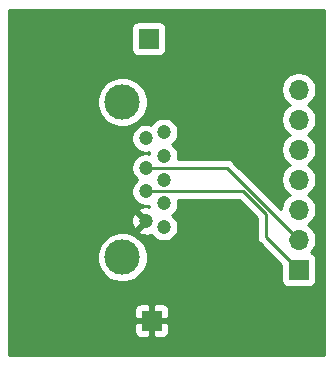
<source format=gbr>
%TF.GenerationSoftware,KiCad,Pcbnew,5.1.6+dfsg1-1*%
%TF.CreationDate,2021-09-27T21:48:19-05:00*%
%TF.ProjectId,USB-BREAKOUT,5553422d-4252-4454-914b-4f55542e6b69,rev?*%
%TF.SameCoordinates,Original*%
%TF.FileFunction,Copper,L2,Bot*%
%TF.FilePolarity,Positive*%
%FSLAX46Y46*%
G04 Gerber Fmt 4.6, Leading zero omitted, Abs format (unit mm)*
G04 Created by KiCad (PCBNEW 5.1.6+dfsg1-1) date 2021-09-27 21:48:19*
%MOMM*%
%LPD*%
G01*
G04 APERTURE LIST*
%TA.AperFunction,ComponentPad*%
%ADD10C,3.000000*%
%TD*%
%TA.AperFunction,ComponentPad*%
%ADD11C,1.200000*%
%TD*%
%TA.AperFunction,ComponentPad*%
%ADD12R,1.700000X1.700000*%
%TD*%
%TA.AperFunction,ComponentPad*%
%ADD13O,1.700000X1.700000*%
%TD*%
%TA.AperFunction,Conductor*%
%ADD14C,0.250000*%
%TD*%
%TA.AperFunction,Conductor*%
%ADD15C,0.254000*%
%TD*%
G04 APERTURE END LIST*
D10*
%TO.P,J1,10*%
%TO.N,/SHIELD*%
X86416000Y-69816000D03*
X86416000Y-56676000D03*
D11*
%TO.P,J1,9*%
%TO.N,/SSTX+*%
X89916000Y-59246000D03*
%TO.P,J1,8*%
%TO.N,/SSTX-*%
X89916000Y-61246000D03*
%TO.P,J1,7*%
%TO.N,/DRAIN*%
X89916000Y-63246000D03*
%TO.P,J1,6*%
%TO.N,/SSRX+*%
X89916000Y-65246000D03*
%TO.P,J1,5*%
%TO.N,/SSRX-*%
X89916000Y-67246000D03*
%TO.P,J1,4*%
%TO.N,/GND*%
X88416000Y-66746000D03*
%TO.P,J1,3*%
%TO.N,/D+*%
X88416000Y-64246000D03*
%TO.P,J1,2*%
%TO.N,/D-*%
X88416000Y-62246000D03*
%TO.P,J1,1*%
%TO.N,/VBUS*%
X88416000Y-59746000D03*
%TD*%
D12*
%TO.P,J3,1*%
%TO.N,/VBUS*%
X88646000Y-51308000D03*
%TD*%
%TO.P,J4,1*%
%TO.N,/GND*%
X88900000Y-75184000D03*
%TD*%
D13*
%TO.P,J2,7*%
%TO.N,/SSTX+*%
X101346000Y-55626000D03*
%TO.P,J2,6*%
%TO.N,/SSTX-*%
X101346000Y-58166000D03*
%TO.P,J2,5*%
%TO.N,/DRAIN*%
X101346000Y-60706000D03*
%TO.P,J2,4*%
%TO.N,/SSRX+*%
X101346000Y-63246000D03*
%TO.P,J2,3*%
%TO.N,/SSRX-*%
X101346000Y-65786000D03*
%TO.P,J2,2*%
%TO.N,/D-*%
X101346000Y-68326000D03*
D12*
%TO.P,J2,1*%
%TO.N,/D+*%
X101346000Y-70866000D03*
%TD*%
D14*
%TO.N,/D+*%
X88416000Y-64246000D02*
X96629590Y-64246000D01*
X96629590Y-64246000D02*
X98552000Y-66168410D01*
X98552000Y-68072000D02*
X101346000Y-70866000D01*
X98552000Y-66168410D02*
X98552000Y-68072000D01*
%TO.N,/D-*%
X95266000Y-62246000D02*
X101346000Y-68326000D01*
X88416000Y-62246000D02*
X95266000Y-62246000D01*
%TD*%
D15*
%TO.N,/GND*%
G36*
X103480000Y-78080000D02*
G01*
X76860000Y-78080000D01*
X76860000Y-76034000D01*
X87411928Y-76034000D01*
X87424188Y-76158482D01*
X87460498Y-76278180D01*
X87519463Y-76388494D01*
X87598815Y-76485185D01*
X87695506Y-76564537D01*
X87805820Y-76623502D01*
X87925518Y-76659812D01*
X88050000Y-76672072D01*
X88614250Y-76669000D01*
X88773000Y-76510250D01*
X88773000Y-75311000D01*
X89027000Y-75311000D01*
X89027000Y-76510250D01*
X89185750Y-76669000D01*
X89750000Y-76672072D01*
X89874482Y-76659812D01*
X89994180Y-76623502D01*
X90104494Y-76564537D01*
X90201185Y-76485185D01*
X90280537Y-76388494D01*
X90339502Y-76278180D01*
X90375812Y-76158482D01*
X90388072Y-76034000D01*
X90385000Y-75469750D01*
X90226250Y-75311000D01*
X89027000Y-75311000D01*
X88773000Y-75311000D01*
X87573750Y-75311000D01*
X87415000Y-75469750D01*
X87411928Y-76034000D01*
X76860000Y-76034000D01*
X76860000Y-74334000D01*
X87411928Y-74334000D01*
X87415000Y-74898250D01*
X87573750Y-75057000D01*
X88773000Y-75057000D01*
X88773000Y-73857750D01*
X89027000Y-73857750D01*
X89027000Y-75057000D01*
X90226250Y-75057000D01*
X90385000Y-74898250D01*
X90388072Y-74334000D01*
X90375812Y-74209518D01*
X90339502Y-74089820D01*
X90280537Y-73979506D01*
X90201185Y-73882815D01*
X90104494Y-73803463D01*
X89994180Y-73744498D01*
X89874482Y-73708188D01*
X89750000Y-73695928D01*
X89185750Y-73699000D01*
X89027000Y-73857750D01*
X88773000Y-73857750D01*
X88614250Y-73699000D01*
X88050000Y-73695928D01*
X87925518Y-73708188D01*
X87805820Y-73744498D01*
X87695506Y-73803463D01*
X87598815Y-73882815D01*
X87519463Y-73979506D01*
X87460498Y-74089820D01*
X87424188Y-74209518D01*
X87411928Y-74334000D01*
X76860000Y-74334000D01*
X76860000Y-69605721D01*
X84281000Y-69605721D01*
X84281000Y-70026279D01*
X84363047Y-70438756D01*
X84523988Y-70827302D01*
X84757637Y-71176983D01*
X85055017Y-71474363D01*
X85404698Y-71708012D01*
X85793244Y-71868953D01*
X86205721Y-71951000D01*
X86626279Y-71951000D01*
X87038756Y-71868953D01*
X87427302Y-71708012D01*
X87776983Y-71474363D01*
X88074363Y-71176983D01*
X88308012Y-70827302D01*
X88468953Y-70438756D01*
X88551000Y-70026279D01*
X88551000Y-69605721D01*
X88468953Y-69193244D01*
X88308012Y-68804698D01*
X88074363Y-68455017D01*
X87776983Y-68157637D01*
X87427302Y-67923988D01*
X87038756Y-67763047D01*
X86626279Y-67681000D01*
X86205721Y-67681000D01*
X85793244Y-67763047D01*
X85404698Y-67923988D01*
X85055017Y-68157637D01*
X84757637Y-68455017D01*
X84523988Y-68804698D01*
X84363047Y-69193244D01*
X84281000Y-69605721D01*
X76860000Y-69605721D01*
X76860000Y-66824438D01*
X87177505Y-66824438D01*
X87216605Y-67064549D01*
X87301798Y-67292418D01*
X87342652Y-67368852D01*
X87566236Y-67416159D01*
X88236395Y-66746000D01*
X87566236Y-66075841D01*
X87342652Y-66123148D01*
X87241763Y-66344516D01*
X87186000Y-66581313D01*
X87177505Y-66824438D01*
X76860000Y-66824438D01*
X76860000Y-59624363D01*
X87181000Y-59624363D01*
X87181000Y-59867637D01*
X87228460Y-60106236D01*
X87321557Y-60330992D01*
X87456713Y-60533267D01*
X87628733Y-60705287D01*
X87831008Y-60840443D01*
X88055764Y-60933540D01*
X88294363Y-60981000D01*
X88537637Y-60981000D01*
X88716597Y-60945403D01*
X88697235Y-61042746D01*
X88537637Y-61011000D01*
X88294363Y-61011000D01*
X88055764Y-61058460D01*
X87831008Y-61151557D01*
X87628733Y-61286713D01*
X87456713Y-61458733D01*
X87321557Y-61661008D01*
X87228460Y-61885764D01*
X87181000Y-62124363D01*
X87181000Y-62367637D01*
X87228460Y-62606236D01*
X87321557Y-62830992D01*
X87456713Y-63033267D01*
X87628733Y-63205287D01*
X87689664Y-63246000D01*
X87628733Y-63286713D01*
X87456713Y-63458733D01*
X87321557Y-63661008D01*
X87228460Y-63885764D01*
X87181000Y-64124363D01*
X87181000Y-64367637D01*
X87228460Y-64606236D01*
X87321557Y-64830992D01*
X87456713Y-65033267D01*
X87628733Y-65205287D01*
X87831008Y-65340443D01*
X88055764Y-65433540D01*
X88294363Y-65481000D01*
X88537637Y-65481000D01*
X88697235Y-65449254D01*
X88716891Y-65548074D01*
X88580687Y-65516000D01*
X88337562Y-65507505D01*
X88097451Y-65546605D01*
X87869582Y-65631798D01*
X87793148Y-65672652D01*
X87745841Y-65896236D01*
X88416000Y-66566395D01*
X88430143Y-66552253D01*
X88609748Y-66731858D01*
X88595605Y-66746000D01*
X88609748Y-66760143D01*
X88430143Y-66939748D01*
X88416000Y-66925605D01*
X87745841Y-67595764D01*
X87793148Y-67819348D01*
X88014516Y-67920237D01*
X88251313Y-67976000D01*
X88494438Y-67984495D01*
X88734549Y-67945395D01*
X88865329Y-67896501D01*
X88956713Y-68033267D01*
X89128733Y-68205287D01*
X89331008Y-68340443D01*
X89555764Y-68433540D01*
X89794363Y-68481000D01*
X90037637Y-68481000D01*
X90276236Y-68433540D01*
X90500992Y-68340443D01*
X90703267Y-68205287D01*
X90875287Y-68033267D01*
X91010443Y-67830992D01*
X91103540Y-67606236D01*
X91151000Y-67367637D01*
X91151000Y-67124363D01*
X91103540Y-66885764D01*
X91010443Y-66661008D01*
X90875287Y-66458733D01*
X90703267Y-66286713D01*
X90642336Y-66246000D01*
X90703267Y-66205287D01*
X90875287Y-66033267D01*
X91010443Y-65830992D01*
X91103540Y-65606236D01*
X91151000Y-65367637D01*
X91151000Y-65124363D01*
X91127456Y-65006000D01*
X96314789Y-65006000D01*
X97792000Y-66483212D01*
X97792001Y-68034668D01*
X97788324Y-68072000D01*
X97802998Y-68220985D01*
X97846454Y-68364246D01*
X97917026Y-68496276D01*
X97988201Y-68583002D01*
X98012000Y-68612001D01*
X98040998Y-68635799D01*
X99857928Y-70452730D01*
X99857928Y-71716000D01*
X99870188Y-71840482D01*
X99906498Y-71960180D01*
X99965463Y-72070494D01*
X100044815Y-72167185D01*
X100141506Y-72246537D01*
X100251820Y-72305502D01*
X100371518Y-72341812D01*
X100496000Y-72354072D01*
X102196000Y-72354072D01*
X102320482Y-72341812D01*
X102440180Y-72305502D01*
X102550494Y-72246537D01*
X102647185Y-72167185D01*
X102726537Y-72070494D01*
X102785502Y-71960180D01*
X102821812Y-71840482D01*
X102834072Y-71716000D01*
X102834072Y-70016000D01*
X102821812Y-69891518D01*
X102785502Y-69771820D01*
X102726537Y-69661506D01*
X102647185Y-69564815D01*
X102550494Y-69485463D01*
X102440180Y-69426498D01*
X102367620Y-69404487D01*
X102499475Y-69272632D01*
X102661990Y-69029411D01*
X102773932Y-68759158D01*
X102831000Y-68472260D01*
X102831000Y-68179740D01*
X102773932Y-67892842D01*
X102661990Y-67622589D01*
X102499475Y-67379368D01*
X102292632Y-67172525D01*
X102118240Y-67056000D01*
X102292632Y-66939475D01*
X102499475Y-66732632D01*
X102661990Y-66489411D01*
X102773932Y-66219158D01*
X102831000Y-65932260D01*
X102831000Y-65639740D01*
X102773932Y-65352842D01*
X102661990Y-65082589D01*
X102499475Y-64839368D01*
X102292632Y-64632525D01*
X102118240Y-64516000D01*
X102292632Y-64399475D01*
X102499475Y-64192632D01*
X102661990Y-63949411D01*
X102773932Y-63679158D01*
X102831000Y-63392260D01*
X102831000Y-63099740D01*
X102773932Y-62812842D01*
X102661990Y-62542589D01*
X102499475Y-62299368D01*
X102292632Y-62092525D01*
X102118240Y-61976000D01*
X102292632Y-61859475D01*
X102499475Y-61652632D01*
X102661990Y-61409411D01*
X102773932Y-61139158D01*
X102831000Y-60852260D01*
X102831000Y-60559740D01*
X102773932Y-60272842D01*
X102661990Y-60002589D01*
X102499475Y-59759368D01*
X102292632Y-59552525D01*
X102118240Y-59436000D01*
X102292632Y-59319475D01*
X102499475Y-59112632D01*
X102661990Y-58869411D01*
X102773932Y-58599158D01*
X102831000Y-58312260D01*
X102831000Y-58019740D01*
X102773932Y-57732842D01*
X102661990Y-57462589D01*
X102499475Y-57219368D01*
X102292632Y-57012525D01*
X102118240Y-56896000D01*
X102292632Y-56779475D01*
X102499475Y-56572632D01*
X102661990Y-56329411D01*
X102773932Y-56059158D01*
X102831000Y-55772260D01*
X102831000Y-55479740D01*
X102773932Y-55192842D01*
X102661990Y-54922589D01*
X102499475Y-54679368D01*
X102292632Y-54472525D01*
X102049411Y-54310010D01*
X101779158Y-54198068D01*
X101492260Y-54141000D01*
X101199740Y-54141000D01*
X100912842Y-54198068D01*
X100642589Y-54310010D01*
X100399368Y-54472525D01*
X100192525Y-54679368D01*
X100030010Y-54922589D01*
X99918068Y-55192842D01*
X99861000Y-55479740D01*
X99861000Y-55772260D01*
X99918068Y-56059158D01*
X100030010Y-56329411D01*
X100192525Y-56572632D01*
X100399368Y-56779475D01*
X100573760Y-56896000D01*
X100399368Y-57012525D01*
X100192525Y-57219368D01*
X100030010Y-57462589D01*
X99918068Y-57732842D01*
X99861000Y-58019740D01*
X99861000Y-58312260D01*
X99918068Y-58599158D01*
X100030010Y-58869411D01*
X100192525Y-59112632D01*
X100399368Y-59319475D01*
X100573760Y-59436000D01*
X100399368Y-59552525D01*
X100192525Y-59759368D01*
X100030010Y-60002589D01*
X99918068Y-60272842D01*
X99861000Y-60559740D01*
X99861000Y-60852260D01*
X99918068Y-61139158D01*
X100030010Y-61409411D01*
X100192525Y-61652632D01*
X100399368Y-61859475D01*
X100573760Y-61976000D01*
X100399368Y-62092525D01*
X100192525Y-62299368D01*
X100030010Y-62542589D01*
X99918068Y-62812842D01*
X99861000Y-63099740D01*
X99861000Y-63392260D01*
X99918068Y-63679158D01*
X100030010Y-63949411D01*
X100192525Y-64192632D01*
X100399368Y-64399475D01*
X100573760Y-64516000D01*
X100399368Y-64632525D01*
X100192525Y-64839368D01*
X100030010Y-65082589D01*
X99918068Y-65352842D01*
X99861000Y-65639740D01*
X99861000Y-65766198D01*
X95829804Y-61735003D01*
X95806001Y-61705999D01*
X95690276Y-61611026D01*
X95558247Y-61540454D01*
X95414986Y-61496997D01*
X95303333Y-61486000D01*
X95303322Y-61486000D01*
X95266000Y-61482324D01*
X95228678Y-61486000D01*
X91127456Y-61486000D01*
X91151000Y-61367637D01*
X91151000Y-61124363D01*
X91103540Y-60885764D01*
X91010443Y-60661008D01*
X90875287Y-60458733D01*
X90703267Y-60286713D01*
X90642336Y-60246000D01*
X90703267Y-60205287D01*
X90875287Y-60033267D01*
X91010443Y-59830992D01*
X91103540Y-59606236D01*
X91151000Y-59367637D01*
X91151000Y-59124363D01*
X91103540Y-58885764D01*
X91010443Y-58661008D01*
X90875287Y-58458733D01*
X90703267Y-58286713D01*
X90500992Y-58151557D01*
X90276236Y-58058460D01*
X90037637Y-58011000D01*
X89794363Y-58011000D01*
X89555764Y-58058460D01*
X89331008Y-58151557D01*
X89128733Y-58286713D01*
X88956713Y-58458733D01*
X88865400Y-58595393D01*
X88776236Y-58558460D01*
X88537637Y-58511000D01*
X88294363Y-58511000D01*
X88055764Y-58558460D01*
X87831008Y-58651557D01*
X87628733Y-58786713D01*
X87456713Y-58958733D01*
X87321557Y-59161008D01*
X87228460Y-59385764D01*
X87181000Y-59624363D01*
X76860000Y-59624363D01*
X76860000Y-56465721D01*
X84281000Y-56465721D01*
X84281000Y-56886279D01*
X84363047Y-57298756D01*
X84523988Y-57687302D01*
X84757637Y-58036983D01*
X85055017Y-58334363D01*
X85404698Y-58568012D01*
X85793244Y-58728953D01*
X86205721Y-58811000D01*
X86626279Y-58811000D01*
X87038756Y-58728953D01*
X87427302Y-58568012D01*
X87776983Y-58334363D01*
X88074363Y-58036983D01*
X88308012Y-57687302D01*
X88468953Y-57298756D01*
X88551000Y-56886279D01*
X88551000Y-56465721D01*
X88468953Y-56053244D01*
X88308012Y-55664698D01*
X88074363Y-55315017D01*
X87776983Y-55017637D01*
X87427302Y-54783988D01*
X87038756Y-54623047D01*
X86626279Y-54541000D01*
X86205721Y-54541000D01*
X85793244Y-54623047D01*
X85404698Y-54783988D01*
X85055017Y-55017637D01*
X84757637Y-55315017D01*
X84523988Y-55664698D01*
X84363047Y-56053244D01*
X84281000Y-56465721D01*
X76860000Y-56465721D01*
X76860000Y-50458000D01*
X87157928Y-50458000D01*
X87157928Y-52158000D01*
X87170188Y-52282482D01*
X87206498Y-52402180D01*
X87265463Y-52512494D01*
X87344815Y-52609185D01*
X87441506Y-52688537D01*
X87551820Y-52747502D01*
X87671518Y-52783812D01*
X87796000Y-52796072D01*
X89496000Y-52796072D01*
X89620482Y-52783812D01*
X89740180Y-52747502D01*
X89850494Y-52688537D01*
X89947185Y-52609185D01*
X90026537Y-52512494D01*
X90085502Y-52402180D01*
X90121812Y-52282482D01*
X90134072Y-52158000D01*
X90134072Y-50458000D01*
X90121812Y-50333518D01*
X90085502Y-50213820D01*
X90026537Y-50103506D01*
X89947185Y-50006815D01*
X89850494Y-49927463D01*
X89740180Y-49868498D01*
X89620482Y-49832188D01*
X89496000Y-49819928D01*
X87796000Y-49819928D01*
X87671518Y-49832188D01*
X87551820Y-49868498D01*
X87441506Y-49927463D01*
X87344815Y-50006815D01*
X87265463Y-50103506D01*
X87206498Y-50213820D01*
X87170188Y-50333518D01*
X87157928Y-50458000D01*
X76860000Y-50458000D01*
X76860000Y-48920000D01*
X103480001Y-48920000D01*
X103480000Y-78080000D01*
G37*
X103480000Y-78080000D02*
X76860000Y-78080000D01*
X76860000Y-76034000D01*
X87411928Y-76034000D01*
X87424188Y-76158482D01*
X87460498Y-76278180D01*
X87519463Y-76388494D01*
X87598815Y-76485185D01*
X87695506Y-76564537D01*
X87805820Y-76623502D01*
X87925518Y-76659812D01*
X88050000Y-76672072D01*
X88614250Y-76669000D01*
X88773000Y-76510250D01*
X88773000Y-75311000D01*
X89027000Y-75311000D01*
X89027000Y-76510250D01*
X89185750Y-76669000D01*
X89750000Y-76672072D01*
X89874482Y-76659812D01*
X89994180Y-76623502D01*
X90104494Y-76564537D01*
X90201185Y-76485185D01*
X90280537Y-76388494D01*
X90339502Y-76278180D01*
X90375812Y-76158482D01*
X90388072Y-76034000D01*
X90385000Y-75469750D01*
X90226250Y-75311000D01*
X89027000Y-75311000D01*
X88773000Y-75311000D01*
X87573750Y-75311000D01*
X87415000Y-75469750D01*
X87411928Y-76034000D01*
X76860000Y-76034000D01*
X76860000Y-74334000D01*
X87411928Y-74334000D01*
X87415000Y-74898250D01*
X87573750Y-75057000D01*
X88773000Y-75057000D01*
X88773000Y-73857750D01*
X89027000Y-73857750D01*
X89027000Y-75057000D01*
X90226250Y-75057000D01*
X90385000Y-74898250D01*
X90388072Y-74334000D01*
X90375812Y-74209518D01*
X90339502Y-74089820D01*
X90280537Y-73979506D01*
X90201185Y-73882815D01*
X90104494Y-73803463D01*
X89994180Y-73744498D01*
X89874482Y-73708188D01*
X89750000Y-73695928D01*
X89185750Y-73699000D01*
X89027000Y-73857750D01*
X88773000Y-73857750D01*
X88614250Y-73699000D01*
X88050000Y-73695928D01*
X87925518Y-73708188D01*
X87805820Y-73744498D01*
X87695506Y-73803463D01*
X87598815Y-73882815D01*
X87519463Y-73979506D01*
X87460498Y-74089820D01*
X87424188Y-74209518D01*
X87411928Y-74334000D01*
X76860000Y-74334000D01*
X76860000Y-69605721D01*
X84281000Y-69605721D01*
X84281000Y-70026279D01*
X84363047Y-70438756D01*
X84523988Y-70827302D01*
X84757637Y-71176983D01*
X85055017Y-71474363D01*
X85404698Y-71708012D01*
X85793244Y-71868953D01*
X86205721Y-71951000D01*
X86626279Y-71951000D01*
X87038756Y-71868953D01*
X87427302Y-71708012D01*
X87776983Y-71474363D01*
X88074363Y-71176983D01*
X88308012Y-70827302D01*
X88468953Y-70438756D01*
X88551000Y-70026279D01*
X88551000Y-69605721D01*
X88468953Y-69193244D01*
X88308012Y-68804698D01*
X88074363Y-68455017D01*
X87776983Y-68157637D01*
X87427302Y-67923988D01*
X87038756Y-67763047D01*
X86626279Y-67681000D01*
X86205721Y-67681000D01*
X85793244Y-67763047D01*
X85404698Y-67923988D01*
X85055017Y-68157637D01*
X84757637Y-68455017D01*
X84523988Y-68804698D01*
X84363047Y-69193244D01*
X84281000Y-69605721D01*
X76860000Y-69605721D01*
X76860000Y-66824438D01*
X87177505Y-66824438D01*
X87216605Y-67064549D01*
X87301798Y-67292418D01*
X87342652Y-67368852D01*
X87566236Y-67416159D01*
X88236395Y-66746000D01*
X87566236Y-66075841D01*
X87342652Y-66123148D01*
X87241763Y-66344516D01*
X87186000Y-66581313D01*
X87177505Y-66824438D01*
X76860000Y-66824438D01*
X76860000Y-59624363D01*
X87181000Y-59624363D01*
X87181000Y-59867637D01*
X87228460Y-60106236D01*
X87321557Y-60330992D01*
X87456713Y-60533267D01*
X87628733Y-60705287D01*
X87831008Y-60840443D01*
X88055764Y-60933540D01*
X88294363Y-60981000D01*
X88537637Y-60981000D01*
X88716597Y-60945403D01*
X88697235Y-61042746D01*
X88537637Y-61011000D01*
X88294363Y-61011000D01*
X88055764Y-61058460D01*
X87831008Y-61151557D01*
X87628733Y-61286713D01*
X87456713Y-61458733D01*
X87321557Y-61661008D01*
X87228460Y-61885764D01*
X87181000Y-62124363D01*
X87181000Y-62367637D01*
X87228460Y-62606236D01*
X87321557Y-62830992D01*
X87456713Y-63033267D01*
X87628733Y-63205287D01*
X87689664Y-63246000D01*
X87628733Y-63286713D01*
X87456713Y-63458733D01*
X87321557Y-63661008D01*
X87228460Y-63885764D01*
X87181000Y-64124363D01*
X87181000Y-64367637D01*
X87228460Y-64606236D01*
X87321557Y-64830992D01*
X87456713Y-65033267D01*
X87628733Y-65205287D01*
X87831008Y-65340443D01*
X88055764Y-65433540D01*
X88294363Y-65481000D01*
X88537637Y-65481000D01*
X88697235Y-65449254D01*
X88716891Y-65548074D01*
X88580687Y-65516000D01*
X88337562Y-65507505D01*
X88097451Y-65546605D01*
X87869582Y-65631798D01*
X87793148Y-65672652D01*
X87745841Y-65896236D01*
X88416000Y-66566395D01*
X88430143Y-66552253D01*
X88609748Y-66731858D01*
X88595605Y-66746000D01*
X88609748Y-66760143D01*
X88430143Y-66939748D01*
X88416000Y-66925605D01*
X87745841Y-67595764D01*
X87793148Y-67819348D01*
X88014516Y-67920237D01*
X88251313Y-67976000D01*
X88494438Y-67984495D01*
X88734549Y-67945395D01*
X88865329Y-67896501D01*
X88956713Y-68033267D01*
X89128733Y-68205287D01*
X89331008Y-68340443D01*
X89555764Y-68433540D01*
X89794363Y-68481000D01*
X90037637Y-68481000D01*
X90276236Y-68433540D01*
X90500992Y-68340443D01*
X90703267Y-68205287D01*
X90875287Y-68033267D01*
X91010443Y-67830992D01*
X91103540Y-67606236D01*
X91151000Y-67367637D01*
X91151000Y-67124363D01*
X91103540Y-66885764D01*
X91010443Y-66661008D01*
X90875287Y-66458733D01*
X90703267Y-66286713D01*
X90642336Y-66246000D01*
X90703267Y-66205287D01*
X90875287Y-66033267D01*
X91010443Y-65830992D01*
X91103540Y-65606236D01*
X91151000Y-65367637D01*
X91151000Y-65124363D01*
X91127456Y-65006000D01*
X96314789Y-65006000D01*
X97792000Y-66483212D01*
X97792001Y-68034668D01*
X97788324Y-68072000D01*
X97802998Y-68220985D01*
X97846454Y-68364246D01*
X97917026Y-68496276D01*
X97988201Y-68583002D01*
X98012000Y-68612001D01*
X98040998Y-68635799D01*
X99857928Y-70452730D01*
X99857928Y-71716000D01*
X99870188Y-71840482D01*
X99906498Y-71960180D01*
X99965463Y-72070494D01*
X100044815Y-72167185D01*
X100141506Y-72246537D01*
X100251820Y-72305502D01*
X100371518Y-72341812D01*
X100496000Y-72354072D01*
X102196000Y-72354072D01*
X102320482Y-72341812D01*
X102440180Y-72305502D01*
X102550494Y-72246537D01*
X102647185Y-72167185D01*
X102726537Y-72070494D01*
X102785502Y-71960180D01*
X102821812Y-71840482D01*
X102834072Y-71716000D01*
X102834072Y-70016000D01*
X102821812Y-69891518D01*
X102785502Y-69771820D01*
X102726537Y-69661506D01*
X102647185Y-69564815D01*
X102550494Y-69485463D01*
X102440180Y-69426498D01*
X102367620Y-69404487D01*
X102499475Y-69272632D01*
X102661990Y-69029411D01*
X102773932Y-68759158D01*
X102831000Y-68472260D01*
X102831000Y-68179740D01*
X102773932Y-67892842D01*
X102661990Y-67622589D01*
X102499475Y-67379368D01*
X102292632Y-67172525D01*
X102118240Y-67056000D01*
X102292632Y-66939475D01*
X102499475Y-66732632D01*
X102661990Y-66489411D01*
X102773932Y-66219158D01*
X102831000Y-65932260D01*
X102831000Y-65639740D01*
X102773932Y-65352842D01*
X102661990Y-65082589D01*
X102499475Y-64839368D01*
X102292632Y-64632525D01*
X102118240Y-64516000D01*
X102292632Y-64399475D01*
X102499475Y-64192632D01*
X102661990Y-63949411D01*
X102773932Y-63679158D01*
X102831000Y-63392260D01*
X102831000Y-63099740D01*
X102773932Y-62812842D01*
X102661990Y-62542589D01*
X102499475Y-62299368D01*
X102292632Y-62092525D01*
X102118240Y-61976000D01*
X102292632Y-61859475D01*
X102499475Y-61652632D01*
X102661990Y-61409411D01*
X102773932Y-61139158D01*
X102831000Y-60852260D01*
X102831000Y-60559740D01*
X102773932Y-60272842D01*
X102661990Y-60002589D01*
X102499475Y-59759368D01*
X102292632Y-59552525D01*
X102118240Y-59436000D01*
X102292632Y-59319475D01*
X102499475Y-59112632D01*
X102661990Y-58869411D01*
X102773932Y-58599158D01*
X102831000Y-58312260D01*
X102831000Y-58019740D01*
X102773932Y-57732842D01*
X102661990Y-57462589D01*
X102499475Y-57219368D01*
X102292632Y-57012525D01*
X102118240Y-56896000D01*
X102292632Y-56779475D01*
X102499475Y-56572632D01*
X102661990Y-56329411D01*
X102773932Y-56059158D01*
X102831000Y-55772260D01*
X102831000Y-55479740D01*
X102773932Y-55192842D01*
X102661990Y-54922589D01*
X102499475Y-54679368D01*
X102292632Y-54472525D01*
X102049411Y-54310010D01*
X101779158Y-54198068D01*
X101492260Y-54141000D01*
X101199740Y-54141000D01*
X100912842Y-54198068D01*
X100642589Y-54310010D01*
X100399368Y-54472525D01*
X100192525Y-54679368D01*
X100030010Y-54922589D01*
X99918068Y-55192842D01*
X99861000Y-55479740D01*
X99861000Y-55772260D01*
X99918068Y-56059158D01*
X100030010Y-56329411D01*
X100192525Y-56572632D01*
X100399368Y-56779475D01*
X100573760Y-56896000D01*
X100399368Y-57012525D01*
X100192525Y-57219368D01*
X100030010Y-57462589D01*
X99918068Y-57732842D01*
X99861000Y-58019740D01*
X99861000Y-58312260D01*
X99918068Y-58599158D01*
X100030010Y-58869411D01*
X100192525Y-59112632D01*
X100399368Y-59319475D01*
X100573760Y-59436000D01*
X100399368Y-59552525D01*
X100192525Y-59759368D01*
X100030010Y-60002589D01*
X99918068Y-60272842D01*
X99861000Y-60559740D01*
X99861000Y-60852260D01*
X99918068Y-61139158D01*
X100030010Y-61409411D01*
X100192525Y-61652632D01*
X100399368Y-61859475D01*
X100573760Y-61976000D01*
X100399368Y-62092525D01*
X100192525Y-62299368D01*
X100030010Y-62542589D01*
X99918068Y-62812842D01*
X99861000Y-63099740D01*
X99861000Y-63392260D01*
X99918068Y-63679158D01*
X100030010Y-63949411D01*
X100192525Y-64192632D01*
X100399368Y-64399475D01*
X100573760Y-64516000D01*
X100399368Y-64632525D01*
X100192525Y-64839368D01*
X100030010Y-65082589D01*
X99918068Y-65352842D01*
X99861000Y-65639740D01*
X99861000Y-65766198D01*
X95829804Y-61735003D01*
X95806001Y-61705999D01*
X95690276Y-61611026D01*
X95558247Y-61540454D01*
X95414986Y-61496997D01*
X95303333Y-61486000D01*
X95303322Y-61486000D01*
X95266000Y-61482324D01*
X95228678Y-61486000D01*
X91127456Y-61486000D01*
X91151000Y-61367637D01*
X91151000Y-61124363D01*
X91103540Y-60885764D01*
X91010443Y-60661008D01*
X90875287Y-60458733D01*
X90703267Y-60286713D01*
X90642336Y-60246000D01*
X90703267Y-60205287D01*
X90875287Y-60033267D01*
X91010443Y-59830992D01*
X91103540Y-59606236D01*
X91151000Y-59367637D01*
X91151000Y-59124363D01*
X91103540Y-58885764D01*
X91010443Y-58661008D01*
X90875287Y-58458733D01*
X90703267Y-58286713D01*
X90500992Y-58151557D01*
X90276236Y-58058460D01*
X90037637Y-58011000D01*
X89794363Y-58011000D01*
X89555764Y-58058460D01*
X89331008Y-58151557D01*
X89128733Y-58286713D01*
X88956713Y-58458733D01*
X88865400Y-58595393D01*
X88776236Y-58558460D01*
X88537637Y-58511000D01*
X88294363Y-58511000D01*
X88055764Y-58558460D01*
X87831008Y-58651557D01*
X87628733Y-58786713D01*
X87456713Y-58958733D01*
X87321557Y-59161008D01*
X87228460Y-59385764D01*
X87181000Y-59624363D01*
X76860000Y-59624363D01*
X76860000Y-56465721D01*
X84281000Y-56465721D01*
X84281000Y-56886279D01*
X84363047Y-57298756D01*
X84523988Y-57687302D01*
X84757637Y-58036983D01*
X85055017Y-58334363D01*
X85404698Y-58568012D01*
X85793244Y-58728953D01*
X86205721Y-58811000D01*
X86626279Y-58811000D01*
X87038756Y-58728953D01*
X87427302Y-58568012D01*
X87776983Y-58334363D01*
X88074363Y-58036983D01*
X88308012Y-57687302D01*
X88468953Y-57298756D01*
X88551000Y-56886279D01*
X88551000Y-56465721D01*
X88468953Y-56053244D01*
X88308012Y-55664698D01*
X88074363Y-55315017D01*
X87776983Y-55017637D01*
X87427302Y-54783988D01*
X87038756Y-54623047D01*
X86626279Y-54541000D01*
X86205721Y-54541000D01*
X85793244Y-54623047D01*
X85404698Y-54783988D01*
X85055017Y-55017637D01*
X84757637Y-55315017D01*
X84523988Y-55664698D01*
X84363047Y-56053244D01*
X84281000Y-56465721D01*
X76860000Y-56465721D01*
X76860000Y-50458000D01*
X87157928Y-50458000D01*
X87157928Y-52158000D01*
X87170188Y-52282482D01*
X87206498Y-52402180D01*
X87265463Y-52512494D01*
X87344815Y-52609185D01*
X87441506Y-52688537D01*
X87551820Y-52747502D01*
X87671518Y-52783812D01*
X87796000Y-52796072D01*
X89496000Y-52796072D01*
X89620482Y-52783812D01*
X89740180Y-52747502D01*
X89850494Y-52688537D01*
X89947185Y-52609185D01*
X90026537Y-52512494D01*
X90085502Y-52402180D01*
X90121812Y-52282482D01*
X90134072Y-52158000D01*
X90134072Y-50458000D01*
X90121812Y-50333518D01*
X90085502Y-50213820D01*
X90026537Y-50103506D01*
X89947185Y-50006815D01*
X89850494Y-49927463D01*
X89740180Y-49868498D01*
X89620482Y-49832188D01*
X89496000Y-49819928D01*
X87796000Y-49819928D01*
X87671518Y-49832188D01*
X87551820Y-49868498D01*
X87441506Y-49927463D01*
X87344815Y-50006815D01*
X87265463Y-50103506D01*
X87206498Y-50213820D01*
X87170188Y-50333518D01*
X87157928Y-50458000D01*
X76860000Y-50458000D01*
X76860000Y-48920000D01*
X103480001Y-48920000D01*
X103480000Y-78080000D01*
%TD*%
M02*

</source>
